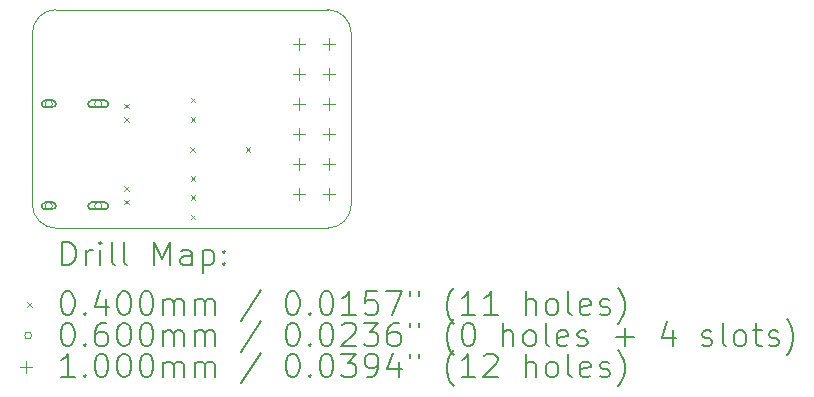
<source format=gbr>
%TF.GenerationSoftware,KiCad,Pcbnew,6.0.9+dfsg-1*%
%TF.CreationDate,2022-12-26T23:17:44+00:00*%
%TF.ProjectId,PMOD-USB-Device,504d4f44-2d55-4534-922d-446576696365,1*%
%TF.SameCoordinates,Original*%
%TF.FileFunction,Drillmap*%
%TF.FilePolarity,Positive*%
%FSLAX45Y45*%
G04 Gerber Fmt 4.5, Leading zero omitted, Abs format (unit mm)*
G04 Created by KiCad (PCBNEW 6.0.9+dfsg-1) date 2022-12-26 23:17:44*
%MOMM*%
%LPD*%
G01*
G04 APERTURE LIST*
%ADD10C,0.100000*%
%ADD11C,0.200000*%
%ADD12C,0.040000*%
%ADD13C,0.060000*%
G04 APERTURE END LIST*
D10*
X10300000Y-8150000D02*
X8000000Y-8150000D01*
X8000000Y-10000000D02*
X10300000Y-10000000D01*
X8000000Y-8150000D02*
G75*
G03*
X7800000Y-8350000I0J-200000D01*
G01*
X7800000Y-8350000D02*
X7800000Y-9800000D01*
X10500000Y-9800000D02*
X10500000Y-8350000D01*
X7800000Y-9800000D02*
G75*
G03*
X8000000Y-10000000I200000J0D01*
G01*
X10500000Y-8350000D02*
G75*
G03*
X10300000Y-8150000I-200000J0D01*
G01*
X10300000Y-10000000D02*
G75*
G03*
X10500000Y-9800000I0J200000D01*
G01*
D11*
D12*
X8577900Y-8946200D02*
X8617900Y-8986200D01*
X8617900Y-8946200D02*
X8577900Y-8986200D01*
X8577900Y-9060500D02*
X8617900Y-9100500D01*
X8617900Y-9060500D02*
X8577900Y-9100500D01*
X8577900Y-9644700D02*
X8617900Y-9684700D01*
X8617900Y-9644700D02*
X8577900Y-9684700D01*
X8577900Y-9759000D02*
X8617900Y-9799000D01*
X8617900Y-9759000D02*
X8577900Y-9799000D01*
X9136700Y-9311960D02*
X9176700Y-9351960D01*
X9176700Y-9311960D02*
X9136700Y-9351960D01*
X9139240Y-8895400D02*
X9179240Y-8935400D01*
X9179240Y-8895400D02*
X9139240Y-8935400D01*
X9139240Y-9063040D02*
X9179240Y-9103040D01*
X9179240Y-9063040D02*
X9139240Y-9103040D01*
X9139240Y-9560880D02*
X9179240Y-9600880D01*
X9179240Y-9560880D02*
X9139240Y-9600880D01*
X9139240Y-9723440D02*
X9179240Y-9763440D01*
X9179240Y-9723440D02*
X9139240Y-9763440D01*
X9139240Y-9886000D02*
X9179240Y-9926000D01*
X9179240Y-9886000D02*
X9139240Y-9926000D01*
X9606600Y-9311960D02*
X9646600Y-9351960D01*
X9646600Y-9311960D02*
X9606600Y-9351960D01*
D13*
X7969000Y-8948220D02*
G75*
G03*
X7969000Y-8948220I-30000J0D01*
G01*
D11*
X7969000Y-8918220D02*
X7909000Y-8918220D01*
X7969000Y-8978220D02*
X7909000Y-8978220D01*
X7909000Y-8918220D02*
G75*
G03*
X7909000Y-8978220I0J-30000D01*
G01*
X7969000Y-8978220D02*
G75*
G03*
X7969000Y-8918220I0J30000D01*
G01*
D13*
X7969000Y-9812220D02*
G75*
G03*
X7969000Y-9812220I-30000J0D01*
G01*
D11*
X7969000Y-9782220D02*
X7909000Y-9782220D01*
X7969000Y-9842220D02*
X7909000Y-9842220D01*
X7909000Y-9782220D02*
G75*
G03*
X7909000Y-9842220I0J-30000D01*
G01*
X7969000Y-9842220D02*
G75*
G03*
X7969000Y-9782220I0J30000D01*
G01*
D13*
X8387000Y-8948220D02*
G75*
G03*
X8387000Y-8948220I-30000J0D01*
G01*
D11*
X8412000Y-8918220D02*
X8302000Y-8918220D01*
X8412000Y-8978220D02*
X8302000Y-8978220D01*
X8302000Y-8918220D02*
G75*
G03*
X8302000Y-8978220I0J-30000D01*
G01*
X8412000Y-8978220D02*
G75*
G03*
X8412000Y-8918220I0J30000D01*
G01*
D13*
X8387000Y-9812220D02*
G75*
G03*
X8387000Y-9812220I-30000J0D01*
G01*
D11*
X8412000Y-9782220D02*
X8302000Y-9782220D01*
X8412000Y-9842220D02*
X8302000Y-9842220D01*
X8302000Y-9782220D02*
G75*
G03*
X8302000Y-9842220I0J-30000D01*
G01*
X8412000Y-9842220D02*
G75*
G03*
X8412000Y-9782220I0J30000D01*
G01*
D10*
X10057400Y-8391960D02*
X10057400Y-8491960D01*
X10007400Y-8441960D02*
X10107400Y-8441960D01*
X10057400Y-8645960D02*
X10057400Y-8745960D01*
X10007400Y-8695960D02*
X10107400Y-8695960D01*
X10057400Y-8899960D02*
X10057400Y-8999960D01*
X10007400Y-8949960D02*
X10107400Y-8949960D01*
X10057400Y-9153960D02*
X10057400Y-9253960D01*
X10007400Y-9203960D02*
X10107400Y-9203960D01*
X10057400Y-9407960D02*
X10057400Y-9507960D01*
X10007400Y-9457960D02*
X10107400Y-9457960D01*
X10057400Y-9661960D02*
X10057400Y-9761960D01*
X10007400Y-9711960D02*
X10107400Y-9711960D01*
X10311400Y-8391960D02*
X10311400Y-8491960D01*
X10261400Y-8441960D02*
X10361400Y-8441960D01*
X10311400Y-8645960D02*
X10311400Y-8745960D01*
X10261400Y-8695960D02*
X10361400Y-8695960D01*
X10311400Y-8899960D02*
X10311400Y-8999960D01*
X10261400Y-8949960D02*
X10361400Y-8949960D01*
X10311400Y-9153960D02*
X10311400Y-9253960D01*
X10261400Y-9203960D02*
X10361400Y-9203960D01*
X10311400Y-9407960D02*
X10311400Y-9507960D01*
X10261400Y-9457960D02*
X10361400Y-9457960D01*
X10311400Y-9661960D02*
X10311400Y-9761960D01*
X10261400Y-9711960D02*
X10361400Y-9711960D01*
D11*
X8052619Y-10315476D02*
X8052619Y-10115476D01*
X8100238Y-10115476D01*
X8128809Y-10125000D01*
X8147857Y-10144048D01*
X8157381Y-10163095D01*
X8166905Y-10201190D01*
X8166905Y-10229762D01*
X8157381Y-10267857D01*
X8147857Y-10286905D01*
X8128809Y-10305952D01*
X8100238Y-10315476D01*
X8052619Y-10315476D01*
X8252619Y-10315476D02*
X8252619Y-10182143D01*
X8252619Y-10220238D02*
X8262143Y-10201190D01*
X8271667Y-10191667D01*
X8290714Y-10182143D01*
X8309762Y-10182143D01*
X8376428Y-10315476D02*
X8376428Y-10182143D01*
X8376428Y-10115476D02*
X8366905Y-10125000D01*
X8376428Y-10134524D01*
X8385952Y-10125000D01*
X8376428Y-10115476D01*
X8376428Y-10134524D01*
X8500238Y-10315476D02*
X8481190Y-10305952D01*
X8471667Y-10286905D01*
X8471667Y-10115476D01*
X8605000Y-10315476D02*
X8585952Y-10305952D01*
X8576429Y-10286905D01*
X8576429Y-10115476D01*
X8833571Y-10315476D02*
X8833571Y-10115476D01*
X8900238Y-10258333D01*
X8966905Y-10115476D01*
X8966905Y-10315476D01*
X9147857Y-10315476D02*
X9147857Y-10210714D01*
X9138333Y-10191667D01*
X9119286Y-10182143D01*
X9081190Y-10182143D01*
X9062143Y-10191667D01*
X9147857Y-10305952D02*
X9128810Y-10315476D01*
X9081190Y-10315476D01*
X9062143Y-10305952D01*
X9052619Y-10286905D01*
X9052619Y-10267857D01*
X9062143Y-10248810D01*
X9081190Y-10239286D01*
X9128810Y-10239286D01*
X9147857Y-10229762D01*
X9243095Y-10182143D02*
X9243095Y-10382143D01*
X9243095Y-10191667D02*
X9262143Y-10182143D01*
X9300238Y-10182143D01*
X9319286Y-10191667D01*
X9328810Y-10201190D01*
X9338333Y-10220238D01*
X9338333Y-10277381D01*
X9328810Y-10296429D01*
X9319286Y-10305952D01*
X9300238Y-10315476D01*
X9262143Y-10315476D01*
X9243095Y-10305952D01*
X9424048Y-10296429D02*
X9433571Y-10305952D01*
X9424048Y-10315476D01*
X9414524Y-10305952D01*
X9424048Y-10296429D01*
X9424048Y-10315476D01*
X9424048Y-10191667D02*
X9433571Y-10201190D01*
X9424048Y-10210714D01*
X9414524Y-10201190D01*
X9424048Y-10191667D01*
X9424048Y-10210714D01*
D12*
X7755000Y-10625000D02*
X7795000Y-10665000D01*
X7795000Y-10625000D02*
X7755000Y-10665000D01*
D11*
X8090714Y-10535476D02*
X8109762Y-10535476D01*
X8128809Y-10545000D01*
X8138333Y-10554524D01*
X8147857Y-10573571D01*
X8157381Y-10611667D01*
X8157381Y-10659286D01*
X8147857Y-10697381D01*
X8138333Y-10716429D01*
X8128809Y-10725952D01*
X8109762Y-10735476D01*
X8090714Y-10735476D01*
X8071667Y-10725952D01*
X8062143Y-10716429D01*
X8052619Y-10697381D01*
X8043095Y-10659286D01*
X8043095Y-10611667D01*
X8052619Y-10573571D01*
X8062143Y-10554524D01*
X8071667Y-10545000D01*
X8090714Y-10535476D01*
X8243095Y-10716429D02*
X8252619Y-10725952D01*
X8243095Y-10735476D01*
X8233571Y-10725952D01*
X8243095Y-10716429D01*
X8243095Y-10735476D01*
X8424048Y-10602143D02*
X8424048Y-10735476D01*
X8376428Y-10525952D02*
X8328809Y-10668810D01*
X8452619Y-10668810D01*
X8566905Y-10535476D02*
X8585952Y-10535476D01*
X8605000Y-10545000D01*
X8614524Y-10554524D01*
X8624048Y-10573571D01*
X8633571Y-10611667D01*
X8633571Y-10659286D01*
X8624048Y-10697381D01*
X8614524Y-10716429D01*
X8605000Y-10725952D01*
X8585952Y-10735476D01*
X8566905Y-10735476D01*
X8547857Y-10725952D01*
X8538333Y-10716429D01*
X8528810Y-10697381D01*
X8519286Y-10659286D01*
X8519286Y-10611667D01*
X8528810Y-10573571D01*
X8538333Y-10554524D01*
X8547857Y-10545000D01*
X8566905Y-10535476D01*
X8757381Y-10535476D02*
X8776429Y-10535476D01*
X8795476Y-10545000D01*
X8805000Y-10554524D01*
X8814524Y-10573571D01*
X8824048Y-10611667D01*
X8824048Y-10659286D01*
X8814524Y-10697381D01*
X8805000Y-10716429D01*
X8795476Y-10725952D01*
X8776429Y-10735476D01*
X8757381Y-10735476D01*
X8738333Y-10725952D01*
X8728810Y-10716429D01*
X8719286Y-10697381D01*
X8709762Y-10659286D01*
X8709762Y-10611667D01*
X8719286Y-10573571D01*
X8728810Y-10554524D01*
X8738333Y-10545000D01*
X8757381Y-10535476D01*
X8909762Y-10735476D02*
X8909762Y-10602143D01*
X8909762Y-10621190D02*
X8919286Y-10611667D01*
X8938333Y-10602143D01*
X8966905Y-10602143D01*
X8985952Y-10611667D01*
X8995476Y-10630714D01*
X8995476Y-10735476D01*
X8995476Y-10630714D02*
X9005000Y-10611667D01*
X9024048Y-10602143D01*
X9052619Y-10602143D01*
X9071667Y-10611667D01*
X9081190Y-10630714D01*
X9081190Y-10735476D01*
X9176429Y-10735476D02*
X9176429Y-10602143D01*
X9176429Y-10621190D02*
X9185952Y-10611667D01*
X9205000Y-10602143D01*
X9233571Y-10602143D01*
X9252619Y-10611667D01*
X9262143Y-10630714D01*
X9262143Y-10735476D01*
X9262143Y-10630714D02*
X9271667Y-10611667D01*
X9290714Y-10602143D01*
X9319286Y-10602143D01*
X9338333Y-10611667D01*
X9347857Y-10630714D01*
X9347857Y-10735476D01*
X9738333Y-10525952D02*
X9566905Y-10783095D01*
X9995476Y-10535476D02*
X10014524Y-10535476D01*
X10033571Y-10545000D01*
X10043095Y-10554524D01*
X10052619Y-10573571D01*
X10062143Y-10611667D01*
X10062143Y-10659286D01*
X10052619Y-10697381D01*
X10043095Y-10716429D01*
X10033571Y-10725952D01*
X10014524Y-10735476D01*
X9995476Y-10735476D01*
X9976429Y-10725952D01*
X9966905Y-10716429D01*
X9957381Y-10697381D01*
X9947857Y-10659286D01*
X9947857Y-10611667D01*
X9957381Y-10573571D01*
X9966905Y-10554524D01*
X9976429Y-10545000D01*
X9995476Y-10535476D01*
X10147857Y-10716429D02*
X10157381Y-10725952D01*
X10147857Y-10735476D01*
X10138333Y-10725952D01*
X10147857Y-10716429D01*
X10147857Y-10735476D01*
X10281190Y-10535476D02*
X10300238Y-10535476D01*
X10319286Y-10545000D01*
X10328810Y-10554524D01*
X10338333Y-10573571D01*
X10347857Y-10611667D01*
X10347857Y-10659286D01*
X10338333Y-10697381D01*
X10328810Y-10716429D01*
X10319286Y-10725952D01*
X10300238Y-10735476D01*
X10281190Y-10735476D01*
X10262143Y-10725952D01*
X10252619Y-10716429D01*
X10243095Y-10697381D01*
X10233571Y-10659286D01*
X10233571Y-10611667D01*
X10243095Y-10573571D01*
X10252619Y-10554524D01*
X10262143Y-10545000D01*
X10281190Y-10535476D01*
X10538333Y-10735476D02*
X10424048Y-10735476D01*
X10481190Y-10735476D02*
X10481190Y-10535476D01*
X10462143Y-10564048D01*
X10443095Y-10583095D01*
X10424048Y-10592619D01*
X10719286Y-10535476D02*
X10624048Y-10535476D01*
X10614524Y-10630714D01*
X10624048Y-10621190D01*
X10643095Y-10611667D01*
X10690714Y-10611667D01*
X10709762Y-10621190D01*
X10719286Y-10630714D01*
X10728810Y-10649762D01*
X10728810Y-10697381D01*
X10719286Y-10716429D01*
X10709762Y-10725952D01*
X10690714Y-10735476D01*
X10643095Y-10735476D01*
X10624048Y-10725952D01*
X10614524Y-10716429D01*
X10795476Y-10535476D02*
X10928810Y-10535476D01*
X10843095Y-10735476D01*
X10995476Y-10535476D02*
X10995476Y-10573571D01*
X11071667Y-10535476D02*
X11071667Y-10573571D01*
X11366905Y-10811667D02*
X11357381Y-10802143D01*
X11338333Y-10773571D01*
X11328809Y-10754524D01*
X11319286Y-10725952D01*
X11309762Y-10678333D01*
X11309762Y-10640238D01*
X11319286Y-10592619D01*
X11328809Y-10564048D01*
X11338333Y-10545000D01*
X11357381Y-10516429D01*
X11366905Y-10506905D01*
X11547857Y-10735476D02*
X11433571Y-10735476D01*
X11490714Y-10735476D02*
X11490714Y-10535476D01*
X11471667Y-10564048D01*
X11452619Y-10583095D01*
X11433571Y-10592619D01*
X11738333Y-10735476D02*
X11624048Y-10735476D01*
X11681190Y-10735476D02*
X11681190Y-10535476D01*
X11662143Y-10564048D01*
X11643095Y-10583095D01*
X11624048Y-10592619D01*
X11976428Y-10735476D02*
X11976428Y-10535476D01*
X12062143Y-10735476D02*
X12062143Y-10630714D01*
X12052619Y-10611667D01*
X12033571Y-10602143D01*
X12005000Y-10602143D01*
X11985952Y-10611667D01*
X11976428Y-10621190D01*
X12185952Y-10735476D02*
X12166905Y-10725952D01*
X12157381Y-10716429D01*
X12147857Y-10697381D01*
X12147857Y-10640238D01*
X12157381Y-10621190D01*
X12166905Y-10611667D01*
X12185952Y-10602143D01*
X12214524Y-10602143D01*
X12233571Y-10611667D01*
X12243095Y-10621190D01*
X12252619Y-10640238D01*
X12252619Y-10697381D01*
X12243095Y-10716429D01*
X12233571Y-10725952D01*
X12214524Y-10735476D01*
X12185952Y-10735476D01*
X12366905Y-10735476D02*
X12347857Y-10725952D01*
X12338333Y-10706905D01*
X12338333Y-10535476D01*
X12519286Y-10725952D02*
X12500238Y-10735476D01*
X12462143Y-10735476D01*
X12443095Y-10725952D01*
X12433571Y-10706905D01*
X12433571Y-10630714D01*
X12443095Y-10611667D01*
X12462143Y-10602143D01*
X12500238Y-10602143D01*
X12519286Y-10611667D01*
X12528809Y-10630714D01*
X12528809Y-10649762D01*
X12433571Y-10668810D01*
X12605000Y-10725952D02*
X12624048Y-10735476D01*
X12662143Y-10735476D01*
X12681190Y-10725952D01*
X12690714Y-10706905D01*
X12690714Y-10697381D01*
X12681190Y-10678333D01*
X12662143Y-10668810D01*
X12633571Y-10668810D01*
X12614524Y-10659286D01*
X12605000Y-10640238D01*
X12605000Y-10630714D01*
X12614524Y-10611667D01*
X12633571Y-10602143D01*
X12662143Y-10602143D01*
X12681190Y-10611667D01*
X12757381Y-10811667D02*
X12766905Y-10802143D01*
X12785952Y-10773571D01*
X12795476Y-10754524D01*
X12805000Y-10725952D01*
X12814524Y-10678333D01*
X12814524Y-10640238D01*
X12805000Y-10592619D01*
X12795476Y-10564048D01*
X12785952Y-10545000D01*
X12766905Y-10516429D01*
X12757381Y-10506905D01*
D13*
X7795000Y-10909000D02*
G75*
G03*
X7795000Y-10909000I-30000J0D01*
G01*
D11*
X8090714Y-10799476D02*
X8109762Y-10799476D01*
X8128809Y-10809000D01*
X8138333Y-10818524D01*
X8147857Y-10837571D01*
X8157381Y-10875667D01*
X8157381Y-10923286D01*
X8147857Y-10961381D01*
X8138333Y-10980429D01*
X8128809Y-10989952D01*
X8109762Y-10999476D01*
X8090714Y-10999476D01*
X8071667Y-10989952D01*
X8062143Y-10980429D01*
X8052619Y-10961381D01*
X8043095Y-10923286D01*
X8043095Y-10875667D01*
X8052619Y-10837571D01*
X8062143Y-10818524D01*
X8071667Y-10809000D01*
X8090714Y-10799476D01*
X8243095Y-10980429D02*
X8252619Y-10989952D01*
X8243095Y-10999476D01*
X8233571Y-10989952D01*
X8243095Y-10980429D01*
X8243095Y-10999476D01*
X8424048Y-10799476D02*
X8385952Y-10799476D01*
X8366905Y-10809000D01*
X8357381Y-10818524D01*
X8338333Y-10847095D01*
X8328809Y-10885190D01*
X8328809Y-10961381D01*
X8338333Y-10980429D01*
X8347857Y-10989952D01*
X8366905Y-10999476D01*
X8405000Y-10999476D01*
X8424048Y-10989952D01*
X8433571Y-10980429D01*
X8443095Y-10961381D01*
X8443095Y-10913762D01*
X8433571Y-10894714D01*
X8424048Y-10885190D01*
X8405000Y-10875667D01*
X8366905Y-10875667D01*
X8347857Y-10885190D01*
X8338333Y-10894714D01*
X8328809Y-10913762D01*
X8566905Y-10799476D02*
X8585952Y-10799476D01*
X8605000Y-10809000D01*
X8614524Y-10818524D01*
X8624048Y-10837571D01*
X8633571Y-10875667D01*
X8633571Y-10923286D01*
X8624048Y-10961381D01*
X8614524Y-10980429D01*
X8605000Y-10989952D01*
X8585952Y-10999476D01*
X8566905Y-10999476D01*
X8547857Y-10989952D01*
X8538333Y-10980429D01*
X8528810Y-10961381D01*
X8519286Y-10923286D01*
X8519286Y-10875667D01*
X8528810Y-10837571D01*
X8538333Y-10818524D01*
X8547857Y-10809000D01*
X8566905Y-10799476D01*
X8757381Y-10799476D02*
X8776429Y-10799476D01*
X8795476Y-10809000D01*
X8805000Y-10818524D01*
X8814524Y-10837571D01*
X8824048Y-10875667D01*
X8824048Y-10923286D01*
X8814524Y-10961381D01*
X8805000Y-10980429D01*
X8795476Y-10989952D01*
X8776429Y-10999476D01*
X8757381Y-10999476D01*
X8738333Y-10989952D01*
X8728810Y-10980429D01*
X8719286Y-10961381D01*
X8709762Y-10923286D01*
X8709762Y-10875667D01*
X8719286Y-10837571D01*
X8728810Y-10818524D01*
X8738333Y-10809000D01*
X8757381Y-10799476D01*
X8909762Y-10999476D02*
X8909762Y-10866143D01*
X8909762Y-10885190D02*
X8919286Y-10875667D01*
X8938333Y-10866143D01*
X8966905Y-10866143D01*
X8985952Y-10875667D01*
X8995476Y-10894714D01*
X8995476Y-10999476D01*
X8995476Y-10894714D02*
X9005000Y-10875667D01*
X9024048Y-10866143D01*
X9052619Y-10866143D01*
X9071667Y-10875667D01*
X9081190Y-10894714D01*
X9081190Y-10999476D01*
X9176429Y-10999476D02*
X9176429Y-10866143D01*
X9176429Y-10885190D02*
X9185952Y-10875667D01*
X9205000Y-10866143D01*
X9233571Y-10866143D01*
X9252619Y-10875667D01*
X9262143Y-10894714D01*
X9262143Y-10999476D01*
X9262143Y-10894714D02*
X9271667Y-10875667D01*
X9290714Y-10866143D01*
X9319286Y-10866143D01*
X9338333Y-10875667D01*
X9347857Y-10894714D01*
X9347857Y-10999476D01*
X9738333Y-10789952D02*
X9566905Y-11047095D01*
X9995476Y-10799476D02*
X10014524Y-10799476D01*
X10033571Y-10809000D01*
X10043095Y-10818524D01*
X10052619Y-10837571D01*
X10062143Y-10875667D01*
X10062143Y-10923286D01*
X10052619Y-10961381D01*
X10043095Y-10980429D01*
X10033571Y-10989952D01*
X10014524Y-10999476D01*
X9995476Y-10999476D01*
X9976429Y-10989952D01*
X9966905Y-10980429D01*
X9957381Y-10961381D01*
X9947857Y-10923286D01*
X9947857Y-10875667D01*
X9957381Y-10837571D01*
X9966905Y-10818524D01*
X9976429Y-10809000D01*
X9995476Y-10799476D01*
X10147857Y-10980429D02*
X10157381Y-10989952D01*
X10147857Y-10999476D01*
X10138333Y-10989952D01*
X10147857Y-10980429D01*
X10147857Y-10999476D01*
X10281190Y-10799476D02*
X10300238Y-10799476D01*
X10319286Y-10809000D01*
X10328810Y-10818524D01*
X10338333Y-10837571D01*
X10347857Y-10875667D01*
X10347857Y-10923286D01*
X10338333Y-10961381D01*
X10328810Y-10980429D01*
X10319286Y-10989952D01*
X10300238Y-10999476D01*
X10281190Y-10999476D01*
X10262143Y-10989952D01*
X10252619Y-10980429D01*
X10243095Y-10961381D01*
X10233571Y-10923286D01*
X10233571Y-10875667D01*
X10243095Y-10837571D01*
X10252619Y-10818524D01*
X10262143Y-10809000D01*
X10281190Y-10799476D01*
X10424048Y-10818524D02*
X10433571Y-10809000D01*
X10452619Y-10799476D01*
X10500238Y-10799476D01*
X10519286Y-10809000D01*
X10528810Y-10818524D01*
X10538333Y-10837571D01*
X10538333Y-10856619D01*
X10528810Y-10885190D01*
X10414524Y-10999476D01*
X10538333Y-10999476D01*
X10605000Y-10799476D02*
X10728810Y-10799476D01*
X10662143Y-10875667D01*
X10690714Y-10875667D01*
X10709762Y-10885190D01*
X10719286Y-10894714D01*
X10728810Y-10913762D01*
X10728810Y-10961381D01*
X10719286Y-10980429D01*
X10709762Y-10989952D01*
X10690714Y-10999476D01*
X10633571Y-10999476D01*
X10614524Y-10989952D01*
X10605000Y-10980429D01*
X10900238Y-10799476D02*
X10862143Y-10799476D01*
X10843095Y-10809000D01*
X10833571Y-10818524D01*
X10814524Y-10847095D01*
X10805000Y-10885190D01*
X10805000Y-10961381D01*
X10814524Y-10980429D01*
X10824048Y-10989952D01*
X10843095Y-10999476D01*
X10881190Y-10999476D01*
X10900238Y-10989952D01*
X10909762Y-10980429D01*
X10919286Y-10961381D01*
X10919286Y-10913762D01*
X10909762Y-10894714D01*
X10900238Y-10885190D01*
X10881190Y-10875667D01*
X10843095Y-10875667D01*
X10824048Y-10885190D01*
X10814524Y-10894714D01*
X10805000Y-10913762D01*
X10995476Y-10799476D02*
X10995476Y-10837571D01*
X11071667Y-10799476D02*
X11071667Y-10837571D01*
X11366905Y-11075667D02*
X11357381Y-11066143D01*
X11338333Y-11037571D01*
X11328809Y-11018524D01*
X11319286Y-10989952D01*
X11309762Y-10942333D01*
X11309762Y-10904238D01*
X11319286Y-10856619D01*
X11328809Y-10828048D01*
X11338333Y-10809000D01*
X11357381Y-10780429D01*
X11366905Y-10770905D01*
X11481190Y-10799476D02*
X11500238Y-10799476D01*
X11519286Y-10809000D01*
X11528809Y-10818524D01*
X11538333Y-10837571D01*
X11547857Y-10875667D01*
X11547857Y-10923286D01*
X11538333Y-10961381D01*
X11528809Y-10980429D01*
X11519286Y-10989952D01*
X11500238Y-10999476D01*
X11481190Y-10999476D01*
X11462143Y-10989952D01*
X11452619Y-10980429D01*
X11443095Y-10961381D01*
X11433571Y-10923286D01*
X11433571Y-10875667D01*
X11443095Y-10837571D01*
X11452619Y-10818524D01*
X11462143Y-10809000D01*
X11481190Y-10799476D01*
X11785952Y-10999476D02*
X11785952Y-10799476D01*
X11871667Y-10999476D02*
X11871667Y-10894714D01*
X11862143Y-10875667D01*
X11843095Y-10866143D01*
X11814524Y-10866143D01*
X11795476Y-10875667D01*
X11785952Y-10885190D01*
X11995476Y-10999476D02*
X11976428Y-10989952D01*
X11966905Y-10980429D01*
X11957381Y-10961381D01*
X11957381Y-10904238D01*
X11966905Y-10885190D01*
X11976428Y-10875667D01*
X11995476Y-10866143D01*
X12024048Y-10866143D01*
X12043095Y-10875667D01*
X12052619Y-10885190D01*
X12062143Y-10904238D01*
X12062143Y-10961381D01*
X12052619Y-10980429D01*
X12043095Y-10989952D01*
X12024048Y-10999476D01*
X11995476Y-10999476D01*
X12176428Y-10999476D02*
X12157381Y-10989952D01*
X12147857Y-10970905D01*
X12147857Y-10799476D01*
X12328809Y-10989952D02*
X12309762Y-10999476D01*
X12271667Y-10999476D01*
X12252619Y-10989952D01*
X12243095Y-10970905D01*
X12243095Y-10894714D01*
X12252619Y-10875667D01*
X12271667Y-10866143D01*
X12309762Y-10866143D01*
X12328809Y-10875667D01*
X12338333Y-10894714D01*
X12338333Y-10913762D01*
X12243095Y-10932810D01*
X12414524Y-10989952D02*
X12433571Y-10999476D01*
X12471667Y-10999476D01*
X12490714Y-10989952D01*
X12500238Y-10970905D01*
X12500238Y-10961381D01*
X12490714Y-10942333D01*
X12471667Y-10932810D01*
X12443095Y-10932810D01*
X12424048Y-10923286D01*
X12414524Y-10904238D01*
X12414524Y-10894714D01*
X12424048Y-10875667D01*
X12443095Y-10866143D01*
X12471667Y-10866143D01*
X12490714Y-10875667D01*
X12738333Y-10923286D02*
X12890714Y-10923286D01*
X12814524Y-10999476D02*
X12814524Y-10847095D01*
X13224048Y-10866143D02*
X13224048Y-10999476D01*
X13176428Y-10789952D02*
X13128809Y-10932810D01*
X13252619Y-10932810D01*
X13471667Y-10989952D02*
X13490714Y-10999476D01*
X13528809Y-10999476D01*
X13547857Y-10989952D01*
X13557381Y-10970905D01*
X13557381Y-10961381D01*
X13547857Y-10942333D01*
X13528809Y-10932810D01*
X13500238Y-10932810D01*
X13481190Y-10923286D01*
X13471667Y-10904238D01*
X13471667Y-10894714D01*
X13481190Y-10875667D01*
X13500238Y-10866143D01*
X13528809Y-10866143D01*
X13547857Y-10875667D01*
X13671667Y-10999476D02*
X13652619Y-10989952D01*
X13643095Y-10970905D01*
X13643095Y-10799476D01*
X13776428Y-10999476D02*
X13757381Y-10989952D01*
X13747857Y-10980429D01*
X13738333Y-10961381D01*
X13738333Y-10904238D01*
X13747857Y-10885190D01*
X13757381Y-10875667D01*
X13776428Y-10866143D01*
X13805000Y-10866143D01*
X13824048Y-10875667D01*
X13833571Y-10885190D01*
X13843095Y-10904238D01*
X13843095Y-10961381D01*
X13833571Y-10980429D01*
X13824048Y-10989952D01*
X13805000Y-10999476D01*
X13776428Y-10999476D01*
X13900238Y-10866143D02*
X13976428Y-10866143D01*
X13928809Y-10799476D02*
X13928809Y-10970905D01*
X13938333Y-10989952D01*
X13957381Y-10999476D01*
X13976428Y-10999476D01*
X14033571Y-10989952D02*
X14052619Y-10999476D01*
X14090714Y-10999476D01*
X14109762Y-10989952D01*
X14119286Y-10970905D01*
X14119286Y-10961381D01*
X14109762Y-10942333D01*
X14090714Y-10932810D01*
X14062143Y-10932810D01*
X14043095Y-10923286D01*
X14033571Y-10904238D01*
X14033571Y-10894714D01*
X14043095Y-10875667D01*
X14062143Y-10866143D01*
X14090714Y-10866143D01*
X14109762Y-10875667D01*
X14185952Y-11075667D02*
X14195476Y-11066143D01*
X14214524Y-11037571D01*
X14224048Y-11018524D01*
X14233571Y-10989952D01*
X14243095Y-10942333D01*
X14243095Y-10904238D01*
X14233571Y-10856619D01*
X14224048Y-10828048D01*
X14214524Y-10809000D01*
X14195476Y-10780429D01*
X14185952Y-10770905D01*
D10*
X7745000Y-11123000D02*
X7745000Y-11223000D01*
X7695000Y-11173000D02*
X7795000Y-11173000D01*
D11*
X8157381Y-11263476D02*
X8043095Y-11263476D01*
X8100238Y-11263476D02*
X8100238Y-11063476D01*
X8081190Y-11092048D01*
X8062143Y-11111095D01*
X8043095Y-11120619D01*
X8243095Y-11244428D02*
X8252619Y-11253952D01*
X8243095Y-11263476D01*
X8233571Y-11253952D01*
X8243095Y-11244428D01*
X8243095Y-11263476D01*
X8376428Y-11063476D02*
X8395476Y-11063476D01*
X8414524Y-11073000D01*
X8424048Y-11082524D01*
X8433571Y-11101571D01*
X8443095Y-11139667D01*
X8443095Y-11187286D01*
X8433571Y-11225381D01*
X8424048Y-11244428D01*
X8414524Y-11253952D01*
X8395476Y-11263476D01*
X8376428Y-11263476D01*
X8357381Y-11253952D01*
X8347857Y-11244428D01*
X8338333Y-11225381D01*
X8328809Y-11187286D01*
X8328809Y-11139667D01*
X8338333Y-11101571D01*
X8347857Y-11082524D01*
X8357381Y-11073000D01*
X8376428Y-11063476D01*
X8566905Y-11063476D02*
X8585952Y-11063476D01*
X8605000Y-11073000D01*
X8614524Y-11082524D01*
X8624048Y-11101571D01*
X8633571Y-11139667D01*
X8633571Y-11187286D01*
X8624048Y-11225381D01*
X8614524Y-11244428D01*
X8605000Y-11253952D01*
X8585952Y-11263476D01*
X8566905Y-11263476D01*
X8547857Y-11253952D01*
X8538333Y-11244428D01*
X8528810Y-11225381D01*
X8519286Y-11187286D01*
X8519286Y-11139667D01*
X8528810Y-11101571D01*
X8538333Y-11082524D01*
X8547857Y-11073000D01*
X8566905Y-11063476D01*
X8757381Y-11063476D02*
X8776429Y-11063476D01*
X8795476Y-11073000D01*
X8805000Y-11082524D01*
X8814524Y-11101571D01*
X8824048Y-11139667D01*
X8824048Y-11187286D01*
X8814524Y-11225381D01*
X8805000Y-11244428D01*
X8795476Y-11253952D01*
X8776429Y-11263476D01*
X8757381Y-11263476D01*
X8738333Y-11253952D01*
X8728810Y-11244428D01*
X8719286Y-11225381D01*
X8709762Y-11187286D01*
X8709762Y-11139667D01*
X8719286Y-11101571D01*
X8728810Y-11082524D01*
X8738333Y-11073000D01*
X8757381Y-11063476D01*
X8909762Y-11263476D02*
X8909762Y-11130143D01*
X8909762Y-11149190D02*
X8919286Y-11139667D01*
X8938333Y-11130143D01*
X8966905Y-11130143D01*
X8985952Y-11139667D01*
X8995476Y-11158714D01*
X8995476Y-11263476D01*
X8995476Y-11158714D02*
X9005000Y-11139667D01*
X9024048Y-11130143D01*
X9052619Y-11130143D01*
X9071667Y-11139667D01*
X9081190Y-11158714D01*
X9081190Y-11263476D01*
X9176429Y-11263476D02*
X9176429Y-11130143D01*
X9176429Y-11149190D02*
X9185952Y-11139667D01*
X9205000Y-11130143D01*
X9233571Y-11130143D01*
X9252619Y-11139667D01*
X9262143Y-11158714D01*
X9262143Y-11263476D01*
X9262143Y-11158714D02*
X9271667Y-11139667D01*
X9290714Y-11130143D01*
X9319286Y-11130143D01*
X9338333Y-11139667D01*
X9347857Y-11158714D01*
X9347857Y-11263476D01*
X9738333Y-11053952D02*
X9566905Y-11311095D01*
X9995476Y-11063476D02*
X10014524Y-11063476D01*
X10033571Y-11073000D01*
X10043095Y-11082524D01*
X10052619Y-11101571D01*
X10062143Y-11139667D01*
X10062143Y-11187286D01*
X10052619Y-11225381D01*
X10043095Y-11244428D01*
X10033571Y-11253952D01*
X10014524Y-11263476D01*
X9995476Y-11263476D01*
X9976429Y-11253952D01*
X9966905Y-11244428D01*
X9957381Y-11225381D01*
X9947857Y-11187286D01*
X9947857Y-11139667D01*
X9957381Y-11101571D01*
X9966905Y-11082524D01*
X9976429Y-11073000D01*
X9995476Y-11063476D01*
X10147857Y-11244428D02*
X10157381Y-11253952D01*
X10147857Y-11263476D01*
X10138333Y-11253952D01*
X10147857Y-11244428D01*
X10147857Y-11263476D01*
X10281190Y-11063476D02*
X10300238Y-11063476D01*
X10319286Y-11073000D01*
X10328810Y-11082524D01*
X10338333Y-11101571D01*
X10347857Y-11139667D01*
X10347857Y-11187286D01*
X10338333Y-11225381D01*
X10328810Y-11244428D01*
X10319286Y-11253952D01*
X10300238Y-11263476D01*
X10281190Y-11263476D01*
X10262143Y-11253952D01*
X10252619Y-11244428D01*
X10243095Y-11225381D01*
X10233571Y-11187286D01*
X10233571Y-11139667D01*
X10243095Y-11101571D01*
X10252619Y-11082524D01*
X10262143Y-11073000D01*
X10281190Y-11063476D01*
X10414524Y-11063476D02*
X10538333Y-11063476D01*
X10471667Y-11139667D01*
X10500238Y-11139667D01*
X10519286Y-11149190D01*
X10528810Y-11158714D01*
X10538333Y-11177762D01*
X10538333Y-11225381D01*
X10528810Y-11244428D01*
X10519286Y-11253952D01*
X10500238Y-11263476D01*
X10443095Y-11263476D01*
X10424048Y-11253952D01*
X10414524Y-11244428D01*
X10633571Y-11263476D02*
X10671667Y-11263476D01*
X10690714Y-11253952D01*
X10700238Y-11244428D01*
X10719286Y-11215857D01*
X10728810Y-11177762D01*
X10728810Y-11101571D01*
X10719286Y-11082524D01*
X10709762Y-11073000D01*
X10690714Y-11063476D01*
X10652619Y-11063476D01*
X10633571Y-11073000D01*
X10624048Y-11082524D01*
X10614524Y-11101571D01*
X10614524Y-11149190D01*
X10624048Y-11168238D01*
X10633571Y-11177762D01*
X10652619Y-11187286D01*
X10690714Y-11187286D01*
X10709762Y-11177762D01*
X10719286Y-11168238D01*
X10728810Y-11149190D01*
X10900238Y-11130143D02*
X10900238Y-11263476D01*
X10852619Y-11053952D02*
X10805000Y-11196809D01*
X10928810Y-11196809D01*
X10995476Y-11063476D02*
X10995476Y-11101571D01*
X11071667Y-11063476D02*
X11071667Y-11101571D01*
X11366905Y-11339667D02*
X11357381Y-11330143D01*
X11338333Y-11301571D01*
X11328809Y-11282524D01*
X11319286Y-11253952D01*
X11309762Y-11206333D01*
X11309762Y-11168238D01*
X11319286Y-11120619D01*
X11328809Y-11092048D01*
X11338333Y-11073000D01*
X11357381Y-11044429D01*
X11366905Y-11034905D01*
X11547857Y-11263476D02*
X11433571Y-11263476D01*
X11490714Y-11263476D02*
X11490714Y-11063476D01*
X11471667Y-11092048D01*
X11452619Y-11111095D01*
X11433571Y-11120619D01*
X11624048Y-11082524D02*
X11633571Y-11073000D01*
X11652619Y-11063476D01*
X11700238Y-11063476D01*
X11719286Y-11073000D01*
X11728809Y-11082524D01*
X11738333Y-11101571D01*
X11738333Y-11120619D01*
X11728809Y-11149190D01*
X11614524Y-11263476D01*
X11738333Y-11263476D01*
X11976428Y-11263476D02*
X11976428Y-11063476D01*
X12062143Y-11263476D02*
X12062143Y-11158714D01*
X12052619Y-11139667D01*
X12033571Y-11130143D01*
X12005000Y-11130143D01*
X11985952Y-11139667D01*
X11976428Y-11149190D01*
X12185952Y-11263476D02*
X12166905Y-11253952D01*
X12157381Y-11244428D01*
X12147857Y-11225381D01*
X12147857Y-11168238D01*
X12157381Y-11149190D01*
X12166905Y-11139667D01*
X12185952Y-11130143D01*
X12214524Y-11130143D01*
X12233571Y-11139667D01*
X12243095Y-11149190D01*
X12252619Y-11168238D01*
X12252619Y-11225381D01*
X12243095Y-11244428D01*
X12233571Y-11253952D01*
X12214524Y-11263476D01*
X12185952Y-11263476D01*
X12366905Y-11263476D02*
X12347857Y-11253952D01*
X12338333Y-11234905D01*
X12338333Y-11063476D01*
X12519286Y-11253952D02*
X12500238Y-11263476D01*
X12462143Y-11263476D01*
X12443095Y-11253952D01*
X12433571Y-11234905D01*
X12433571Y-11158714D01*
X12443095Y-11139667D01*
X12462143Y-11130143D01*
X12500238Y-11130143D01*
X12519286Y-11139667D01*
X12528809Y-11158714D01*
X12528809Y-11177762D01*
X12433571Y-11196809D01*
X12605000Y-11253952D02*
X12624048Y-11263476D01*
X12662143Y-11263476D01*
X12681190Y-11253952D01*
X12690714Y-11234905D01*
X12690714Y-11225381D01*
X12681190Y-11206333D01*
X12662143Y-11196809D01*
X12633571Y-11196809D01*
X12614524Y-11187286D01*
X12605000Y-11168238D01*
X12605000Y-11158714D01*
X12614524Y-11139667D01*
X12633571Y-11130143D01*
X12662143Y-11130143D01*
X12681190Y-11139667D01*
X12757381Y-11339667D02*
X12766905Y-11330143D01*
X12785952Y-11301571D01*
X12795476Y-11282524D01*
X12805000Y-11253952D01*
X12814524Y-11206333D01*
X12814524Y-11168238D01*
X12805000Y-11120619D01*
X12795476Y-11092048D01*
X12785952Y-11073000D01*
X12766905Y-11044429D01*
X12757381Y-11034905D01*
M02*

</source>
